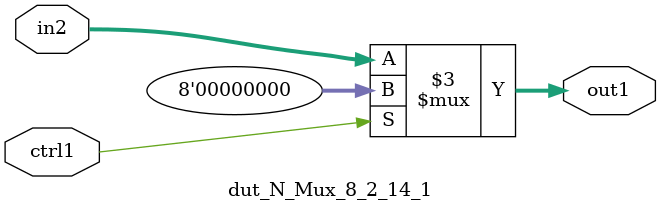
<source format=v>

`timescale 1ps / 1ps


module dut_N_Mux_8_2_14_1( in2, ctrl1, out1 );

    input [7:0] in2;
    input ctrl1;
    output [7:0] out1;
    reg [7:0] out1;

    
    // rtl_process:dut_N_Mux_8_2_14_1/dut_N_Mux_8_2_14_1_thread_1
    always @*
      begin : dut_N_Mux_8_2_14_1_thread_1
        case (ctrl1) 
          1'b1: 
            begin
              out1 = 8'd000;
            end
          default: 
            begin
              out1 = in2;
            end
        endcase
      end

endmodule




</source>
